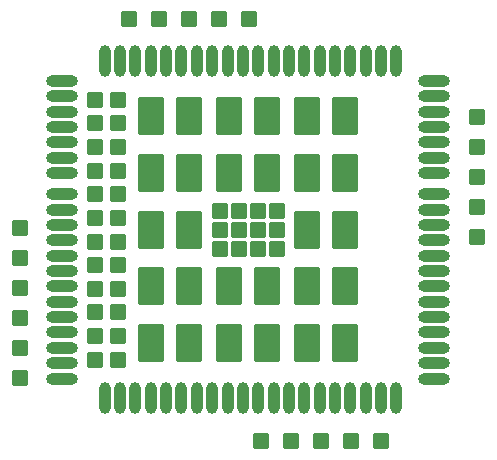
<source format=gts>
G04 #@! TF.GenerationSoftware,KiCad,Pcbnew,9.0.0*
G04 #@! TF.CreationDate,2025-09-02T11:52:27+03:00*
G04 #@! TF.ProjectId,GSM_Adapter_Board_V1.0,47534d5f-4164-4617-9074-65725f426f61,rev?*
G04 #@! TF.SameCoordinates,Original*
G04 #@! TF.FileFunction,Soldermask,Top*
G04 #@! TF.FilePolarity,Negative*
%FSLAX46Y46*%
G04 Gerber Fmt 4.6, Leading zero omitted, Abs format (unit mm)*
G04 Created by KiCad (PCBNEW 9.0.0) date 2025-09-02 11:52:27*
%MOMM*%
%LPD*%
G01*
G04 APERTURE LIST*
G04 Aperture macros list*
%AMRoundRect*
0 Rectangle with rounded corners*
0 $1 Rounding radius*
0 $2 $3 $4 $5 $6 $7 $8 $9 X,Y pos of 4 corners*
0 Add a 4 corners polygon primitive as box body*
4,1,4,$2,$3,$4,$5,$6,$7,$8,$9,$2,$3,0*
0 Add four circle primitives for the rounded corners*
1,1,$1+$1,$2,$3*
1,1,$1+$1,$4,$5*
1,1,$1+$1,$6,$7*
1,1,$1+$1,$8,$9*
0 Add four rect primitives between the rounded corners*
20,1,$1+$1,$2,$3,$4,$5,0*
20,1,$1+$1,$4,$5,$6,$7,0*
20,1,$1+$1,$6,$7,$8,$9,0*
20,1,$1+$1,$8,$9,$2,$3,0*%
G04 Aperture macros list end*
%ADD10RoundRect,0.040000X0.600000X-0.625000X0.600000X0.625000X-0.600000X0.625000X-0.600000X-0.625000X0*%
%ADD11RoundRect,0.040000X-0.600000X0.625000X-0.600000X-0.625000X0.600000X-0.625000X0.600000X0.625000X0*%
%ADD12RoundRect,0.040000X-0.625000X-0.600000X0.625000X-0.600000X0.625000X0.600000X-0.625000X0.600000X0*%
%ADD13O,2.704000X1.004000*%
%ADD14O,1.004000X2.704000*%
%ADD15RoundRect,0.102000X-0.550000X-0.550000X0.550000X-0.550000X0.550000X0.550000X-0.550000X0.550000X0*%
%ADD16RoundRect,0.102000X-1.000000X-1.500000X1.000000X-1.500000X1.000000X1.500000X-1.000000X1.500000X0*%
%ADD17RoundRect,0.040000X0.625000X0.600000X-0.625000X0.600000X-0.625000X-0.600000X0.625000X-0.600000X0*%
G04 APERTURE END LIST*
D10*
X130980000Y-115225000D03*
X133520000Y-115225000D03*
X136060000Y-115225000D03*
X138600000Y-115225000D03*
X141140000Y-115225000D03*
D11*
X129990000Y-79475000D03*
X127450000Y-79475000D03*
X124910000Y-79475000D03*
X122370000Y-79475000D03*
X119830000Y-79475000D03*
D12*
X110545000Y-97170000D03*
X110545000Y-99710000D03*
X110545000Y-102250000D03*
X110545000Y-104790000D03*
X110545000Y-107330000D03*
X110545000Y-109870000D03*
D13*
X114140000Y-84720000D03*
X114140000Y-86020000D03*
X114140000Y-87320000D03*
X114140000Y-88620000D03*
X114140000Y-89920000D03*
X114140000Y-91220000D03*
X114140000Y-92520000D03*
X114140000Y-96920000D03*
X114140000Y-98220000D03*
X114140000Y-99520000D03*
X114140000Y-100820000D03*
X114140000Y-102120000D03*
X114140000Y-103420000D03*
X114140000Y-104720000D03*
X114140000Y-106020000D03*
X114140000Y-107320000D03*
X114140000Y-108620000D03*
X114140000Y-109920000D03*
D14*
X120340000Y-111570000D03*
X121640000Y-111570000D03*
X122940000Y-111570000D03*
X124240000Y-111570000D03*
X125540000Y-111570000D03*
X126840000Y-111570000D03*
X128140000Y-111570000D03*
X129440000Y-111570000D03*
X130740000Y-111570000D03*
X132040000Y-111570000D03*
X133340000Y-111570000D03*
X134640000Y-111570000D03*
X135940000Y-111570000D03*
X137240000Y-111570000D03*
X138540000Y-111570000D03*
X139840000Y-111570000D03*
X141140000Y-111570000D03*
X142440000Y-111570000D03*
D13*
X145640000Y-109920000D03*
X145640000Y-108620000D03*
X145640000Y-107320000D03*
X145640000Y-106020000D03*
X145640000Y-104720000D03*
X145640000Y-103420000D03*
X145640000Y-102120000D03*
X145640000Y-100820000D03*
X145640000Y-99520000D03*
X145640000Y-98220000D03*
X145640000Y-96920000D03*
X145640000Y-92520000D03*
X145640000Y-91220000D03*
X145640000Y-89920000D03*
X145640000Y-88620000D03*
X145640000Y-87320000D03*
X145640000Y-86020000D03*
X145640000Y-84720000D03*
D14*
X142440000Y-83070000D03*
X141140000Y-83070000D03*
X139840000Y-83070000D03*
X138540000Y-83070000D03*
X137240000Y-83070000D03*
X135940000Y-83070000D03*
X134640000Y-83070000D03*
X133340000Y-83070000D03*
X132040000Y-83070000D03*
X130740000Y-83070000D03*
X129440000Y-83070000D03*
X128140000Y-83070000D03*
X126840000Y-83070000D03*
X125540000Y-83070000D03*
X124240000Y-83070000D03*
X122940000Y-83070000D03*
X121640000Y-83070000D03*
X120340000Y-83070000D03*
D15*
X132290000Y-95720000D03*
X132290000Y-97320000D03*
X132290000Y-98920000D03*
X130690000Y-95720000D03*
X130690000Y-97320000D03*
X130690000Y-98920000D03*
X129090000Y-95720000D03*
X129090000Y-97320000D03*
X129090000Y-98920000D03*
X127490000Y-95720000D03*
X127490000Y-97320000D03*
X127490000Y-98920000D03*
D16*
X138090000Y-87720000D03*
X138090000Y-92520000D03*
X138090000Y-97320000D03*
X138090000Y-102120000D03*
X138090000Y-106920000D03*
X134890000Y-87720000D03*
X134890000Y-92520000D03*
X134890000Y-97320000D03*
X134890000Y-102120000D03*
X134890000Y-106920000D03*
X131490000Y-87720000D03*
X131490000Y-92520000D03*
X131490000Y-102120000D03*
X131490000Y-106920000D03*
X128290000Y-87720000D03*
X128290000Y-92520000D03*
X128290000Y-102120000D03*
X128290000Y-106920000D03*
X124890000Y-87720000D03*
X124890000Y-92520000D03*
X124890000Y-97320000D03*
X124890000Y-102120000D03*
X124890000Y-106920000D03*
X121690000Y-87720000D03*
X121690000Y-92520000D03*
X121690000Y-97320000D03*
X121690000Y-102120000D03*
X121690000Y-106920000D03*
D14*
X119040000Y-83070000D03*
X117740000Y-83070000D03*
X119040000Y-111570000D03*
X117740000Y-111570000D03*
D15*
X118890000Y-86320000D03*
X118890000Y-88320000D03*
X118890000Y-90320000D03*
X118890000Y-92320000D03*
X118890000Y-94320000D03*
X118890000Y-96320000D03*
X118890000Y-98320000D03*
X118890000Y-100320000D03*
X118890000Y-102320000D03*
X118890000Y-104320000D03*
X118890000Y-106320000D03*
X118890000Y-108320000D03*
X116890000Y-86320000D03*
X116890000Y-88320000D03*
X116890000Y-90320000D03*
X116890000Y-92320000D03*
X116890000Y-94320000D03*
X116890000Y-96320000D03*
X116890000Y-98320000D03*
X116890000Y-100320000D03*
X116890000Y-102320000D03*
X116890000Y-104320000D03*
X116890000Y-106320000D03*
X116890000Y-108320000D03*
D13*
X114140000Y-94320000D03*
X114140000Y-95620000D03*
X145640000Y-95620000D03*
X145640000Y-94320000D03*
D17*
X149305000Y-97900000D03*
X149305000Y-95360000D03*
X149305000Y-92820000D03*
X149305000Y-90280000D03*
X149305000Y-87740000D03*
M02*

</source>
